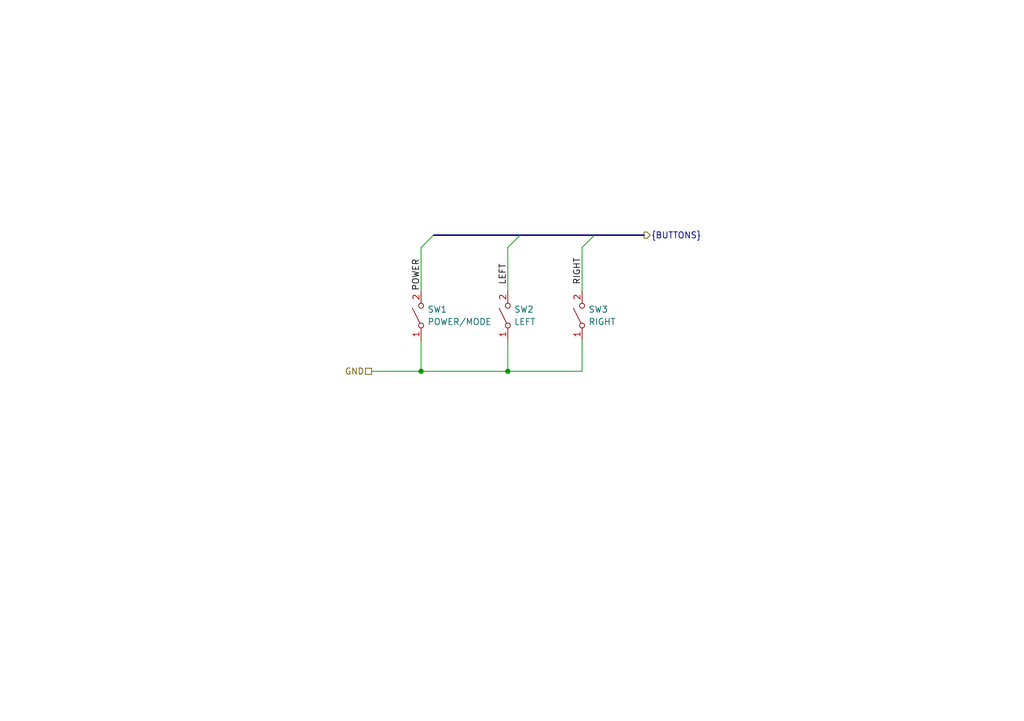
<source format=kicad_sch>
(kicad_sch (version 20211123) (generator eeschema)
  (paper "A5")
  (lib_symbols
    (symbol "Switch:SW_SPST" (pin_names (offset 0) hide)
      (property "Reference" "SW" (at 0 3.175 0))
      (property "Value" "SW_SPST" (at 0 -2.54 0))
      (symbol "SW_SPST_0_0"
        (circle (center -2.032 0) (radius 0.508))
        (polyline (pts (xy -1.524 0.254) (xy 1.524 1.778)))
        (circle (center 2.032 0) (radius 0.508))
      )
      (symbol "SW_SPST_1_1"
        (pin passive line (at -5.08 0 0) (length 2.54) (name "A") (number "1"))
        (pin passive line (at 5.08 0 180) (length 2.54) (name "B") (number "2"))
      )
    )
  )
  (bus_alias "BUTTONS" (members "POWER" "LEFT" "RIGHT"))
  (junction (at 86.36 76.2))
  (junction (at 104.14 76.2))
  (bus_entry (at 121.92 48.26) (size -2.54 2.54))
  (bus_entry (at 88.9 48.26) (size -2.54 2.54))
  (bus_entry (at 106.68 48.26) (size -2.54 2.54))
  (wire (pts (xy 86.36 76.2) (xy 104.14 76.2)))
  (wire (pts (xy 119.38 50.8) (xy 119.38 59.69)))
  (wire (pts (xy 119.38 76.2) (xy 119.38 69.85)))
  (wire (pts (xy 104.14 76.2) (xy 119.38 76.2)))
  (wire (pts (xy 76.2 76.2) (xy 86.36 76.2)))
  (wire (pts (xy 86.36 69.85) (xy 86.36 76.2)))
  (bus (pts (xy 121.92 48.26) (xy 132.08 48.26)))
  (wire (pts (xy 104.14 69.85) (xy 104.14 76.2)))
  (bus (pts (xy 106.68 48.26) (xy 121.92 48.26)))
  (bus (pts (xy 88.9 48.26) (xy 106.68 48.26)))
  (wire (pts (xy 104.14 50.8) (xy 104.14 59.69)))
  (wire (pts (xy 86.36 50.8) (xy 86.36 59.69)))
  (label "RIGHT" (at 119.38 58.42 90))
  (label "LEFT" (at 104.14 58.42 90))
  (label "POWER" (at 86.36 59.69 90))
  (hierarchical_label "{BUTTONS}" (shape output) (at 132.08 48.26 0))
  (hierarchical_label "GND" (shape passive) (at 76.2 76.2 180))
  (symbol (lib_id "Switch:SW_SPST") (at 86.36 64.77 90) (unit 1)
    (property "Reference" "SW1" (at 87.63 63.4999 90) (effects (justify right)))
    (property "Value" "POWER/MODE" (at 87.63 66.0399 90) (effects (justify right)))
    (property "Footprint" "Button_Switch_SMD:SW_Push_1P1T_NO_CK_KMR2" (effects hide))
  )
  (symbol (lib_id "Switch:SW_SPST") (at 119.38 64.77 90) (unit 1)
    (property "Reference" "SW3" (at 120.65 63.4999 90) (effects (justify right)))
    (property "Value" "RIGHT" (at 120.65 66.0399 90) (effects (justify right)))
    (property "Footprint" "Button_Switch_SMD:SW_Push_1P1T_NO_CK_KMR2" (effects hide))
  )
  (symbol (lib_id "Switch:SW_SPST") (at 104.14 64.77 90) (unit 1)
    (property "Reference" "SW2" (at 105.41 63.4999 90) (effects (justify right)))
    (property "Value" "LEFT" (at 105.41 66.0399 90) (effects (justify right)))
    (property "Footprint" "Button_Switch_SMD:SW_Push_1P1T_NO_CK_KMR2" (effects hide))
  )
)
</source>
